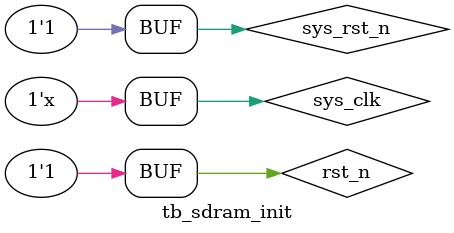
<source format=v>
/*
 * @Author: bit_stream 
 * @Date: 2024-12-12 10:52:13 
 * @Last Modified by: bit_stream
 * @Last Modified time: 2024-12-14 17:20:16
 */
`timescale  1ns/1ns
module  tb_sdram_init();


wire            rst_n           ;   //复位信号,低有效
//sdram_init
wire    [3:0]   init_cmd        ;   //初始化阶段指令
wire    [1:0]   init_ba         ;   //初始化阶段L-Bank地址
wire    [12:0]  init_addr       ;   //初始化阶段地址总线
wire            init_end        ;   //初始化完成信号

//reg define
reg             sys_clk         ;   //系统时钟
reg             sys_rst_n       ;   //复位信号

//defparam
//重定义仿真模型中的相关参数
defparam sdram_model_plus_inst.addr_bits = 13;          //地址位宽
defparam sdram_model_plus_inst.data_bits = 16;          //数据位宽
defparam sdram_model_plus_inst.col_bits  = 9;           //列地址位宽
defparam sdram_model_plus_inst.mem_sizes = 2*1024*1024; //L-Bank容量



//时钟、复位信号
initial
  begin
    sys_clk     =   1'b1  ;
    sys_rst_n   <=  1'b0  ;
    #200
    sys_rst_n   <=  1'b1  ;
  end

always  #5 sys_clk = ~sys_clk;

//rst_n:复位信号
assign  rst_n = sys_rst_n;


//------------- sdram_init_inst -------------
sdram_init  sdram_init_inst(

    .sys_clk    (sys_clk   ),
    .sys_rst_n  (rst_n      ),

    .init_cmd   (init_cmd   ),
    .init_ba    (init_ba    ),
    .init_addr  (init_addr  ),
    .init_end   (init_end   )

);

//-------------sdram_model_plus_inst-------------
sdram_model_plus    sdram_model_plus_inst(
    .Dq     (               ),
    .Addr   (init_addr      ),
    .Ba     (init_ba        ),
    .Clk    (sys_clk ),
    .Cke    (1'b1           ),
    .Cs_n   (init_cmd[3]    ),
    .Ras_n  (init_cmd[2]    ),
    .Cas_n  (init_cmd[1]    ),
    .We_n   (init_cmd[0]    ),
    .Dqm    (2'b0           ),
    .Debug  (1'b1           )

);

endmodule
</source>
